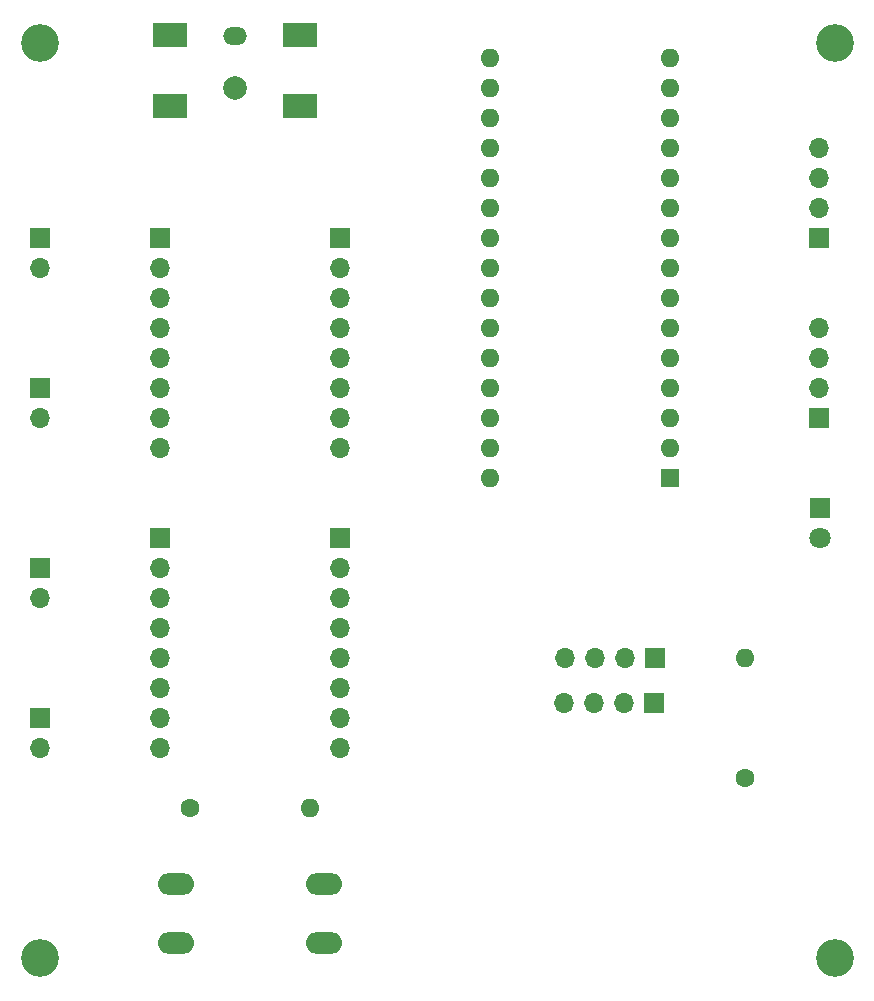
<source format=gbr>
%TF.GenerationSoftware,KiCad,Pcbnew,(7.0.0-0)*%
%TF.CreationDate,2023-05-27T19:41:02+07:00*%
%TF.ProjectId,Office HVAC,4f666669-6365-4204-9856-41432e6b6963,rev?*%
%TF.SameCoordinates,Original*%
%TF.FileFunction,Soldermask,Top*%
%TF.FilePolarity,Negative*%
%FSLAX46Y46*%
G04 Gerber Fmt 4.6, Leading zero omitted, Abs format (unit mm)*
G04 Created by KiCad (PCBNEW (7.0.0-0)) date 2023-05-27 19:41:02*
%MOMM*%
%LPD*%
G01*
G04 APERTURE LIST*
%ADD10C,1.600000*%
%ADD11O,1.600000X1.600000*%
%ADD12C,3.200000*%
%ADD13R,1.700000X1.700000*%
%ADD14O,1.700000X1.700000*%
%ADD15R,1.600000X1.600000*%
%ADD16R,1.800000X1.800000*%
%ADD17C,1.800000*%
%ADD18O,2.000000X1.500000*%
%ADD19C,2.000000*%
%ADD20R,3.000000X2.000000*%
%ADD21O,3.048000X1.850000*%
G04 APERTURE END LIST*
D10*
%TO.C,R2*%
X133350000Y-129540000D03*
D11*
X143509999Y-129539999D03*
%TD*%
D12*
%TO.C,H1*%
X120650000Y-64770000D03*
%TD*%
D13*
%TO.C,J8*%
X146074999Y-81279999D03*
D14*
X146074999Y-83819999D03*
X146074999Y-86359999D03*
X146074999Y-88899999D03*
X146074999Y-91439999D03*
X146074999Y-93979999D03*
X146074999Y-96519999D03*
X146074999Y-99059999D03*
%TD*%
D13*
%TO.C,J6*%
X130809999Y-81279999D03*
D14*
X130809999Y-83819999D03*
X130809999Y-86359999D03*
X130809999Y-88899999D03*
X130809999Y-91439999D03*
X130809999Y-93979999D03*
X130809999Y-96519999D03*
X130809999Y-99059999D03*
%TD*%
D13*
%TO.C,J3*%
X120649999Y-109219999D03*
D14*
X120649999Y-111759999D03*
%TD*%
D13*
%TO.C,J14*%
X172699999Y-120649999D03*
D14*
X170159999Y-120649999D03*
X167619999Y-120649999D03*
X165079999Y-120649999D03*
%TD*%
D13*
%TO.C,J101*%
X186664999Y-81269999D03*
D14*
X186664999Y-78729999D03*
X186664999Y-76189999D03*
X186664999Y-73649999D03*
%TD*%
D13*
%TO.C,J2*%
X120649999Y-93979999D03*
D14*
X120649999Y-96519999D03*
%TD*%
D13*
%TO.C,J4*%
X120649999Y-121919999D03*
D14*
X120649999Y-124459999D03*
%TD*%
D12*
%TO.C,H4*%
X187960000Y-142240000D03*
%TD*%
D13*
%TO.C,J7*%
X130809999Y-106679999D03*
D14*
X130809999Y-109219999D03*
X130809999Y-111759999D03*
X130809999Y-114299999D03*
X130809999Y-116839999D03*
X130809999Y-119379999D03*
X130809999Y-121919999D03*
X130809999Y-124459999D03*
%TD*%
D12*
%TO.C,H2*%
X187960000Y-64770000D03*
%TD*%
D13*
%TO.C,J10*%
X186664999Y-96499999D03*
D14*
X186664999Y-93959999D03*
X186664999Y-91419999D03*
X186664999Y-88879999D03*
%TD*%
D15*
%TO.C,A101*%
X173979999Y-101599999D03*
D11*
X173979999Y-99059999D03*
X173979999Y-96519999D03*
X173979999Y-93979999D03*
X173979999Y-91439999D03*
X173979999Y-88899999D03*
X173979999Y-86359999D03*
X173979999Y-83819999D03*
X173979999Y-81279999D03*
X173979999Y-78739999D03*
X173979999Y-76199999D03*
X173979999Y-73659999D03*
X173979999Y-71119999D03*
X173979999Y-68579999D03*
X173979999Y-66039999D03*
X158739999Y-66039999D03*
X158739999Y-68579999D03*
X158739999Y-71119999D03*
X158739999Y-73659999D03*
X158739999Y-76199999D03*
X158739999Y-78739999D03*
X158739999Y-81279999D03*
X158739999Y-83819999D03*
X158739999Y-86359999D03*
X158739999Y-88899999D03*
X158739999Y-91439999D03*
X158739999Y-93979999D03*
X158739999Y-96519999D03*
X158739999Y-99059999D03*
X158739999Y-101599999D03*
%TD*%
D16*
%TO.C,D1*%
X186689999Y-104139999D03*
D17*
X186690000Y-106680000D03*
%TD*%
D10*
%TO.C,R1*%
X180340000Y-126950000D03*
D11*
X180339999Y-116789999D03*
%TD*%
D13*
%TO.C,J1*%
X120649999Y-81279999D03*
D14*
X120649999Y-83819999D03*
%TD*%
D12*
%TO.C,H3*%
X120650000Y-142240000D03*
%TD*%
D18*
%TO.C,J5*%
X137159999Y-64179999D03*
D19*
X137160000Y-68580000D03*
D20*
X142659999Y-64079999D03*
X142659999Y-70079999D03*
X131659999Y-70079999D03*
X131659999Y-64079999D03*
%TD*%
D13*
%TO.C,J12*%
X172709999Y-116814999D03*
D14*
X170169999Y-116814999D03*
X167629999Y-116814999D03*
X165089999Y-116814999D03*
%TD*%
D13*
%TO.C,J9*%
X146049999Y-106679999D03*
D14*
X146049999Y-109219999D03*
X146049999Y-111759999D03*
X146049999Y-114299999D03*
X146049999Y-116839999D03*
X146049999Y-119379999D03*
X146049999Y-121919999D03*
X146049999Y-124459999D03*
%TD*%
D21*
%TO.C,SW1*%
X132189999Y-135929999D03*
X144689999Y-135929999D03*
X132189999Y-140929999D03*
X144689999Y-140929999D03*
%TD*%
M02*

</source>
